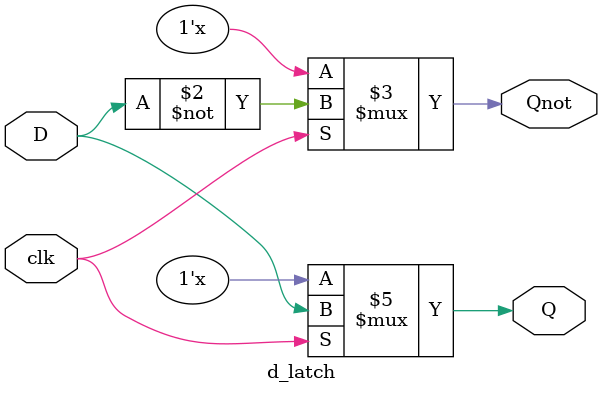
<source format=v>
module d_latch (D, clk, Q, Qnot);
	input  D, clk;
	output Q, Qnot;
	reg    Q, Qnot;
	
	always @ (clk or D) begin
		if (clk) begin
			Q <= D;
			Qnot <= ~D;
		end
	end 
	
endmodule
</source>
